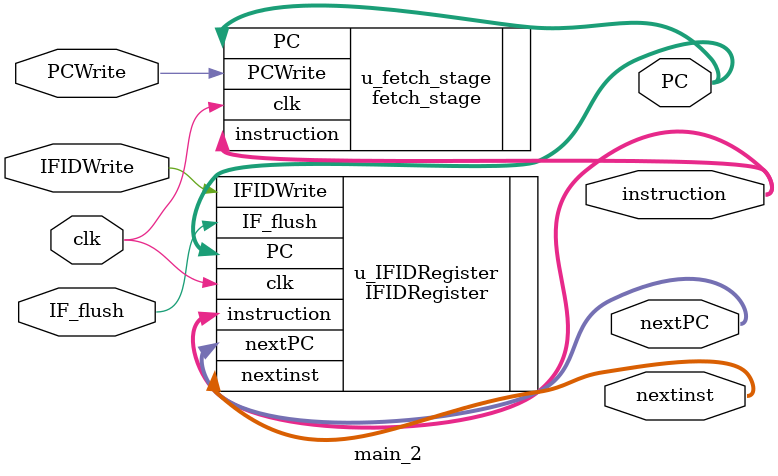
<source format=v>
`include "src/fetch_stage.v"
`include "src/IF_ID_Reg.v"
`include "src/decode_stage.v"

module main_2(
    input wire clk,
    input wire PCWrite,
    input wire IF_flush,
    input wire IFIDWrite,
    output wire [31:0] PC,
    output wire [31:0] instruction,
    output wire [31:0] nextinst,
    output wire [31:0] nextPC
);
    // Instantiate fetch_stage
    fetch_stage u_fetch_stage(
        .PCWrite(PCWrite),
        .clk(clk),
        .PC(PC),
        .instruction(instruction)
    );

    // Instantiate IFIDRegister
    IFIDRegister u_IFIDRegister(
        .IF_flush(IF_flush),
        .IFIDWrite(IFIDWrite),
        .PC(PC),
        .instruction(instruction),
        .nextinst(nextinst),
        .nextPC(nextPC),
        .clk(clk) 
    );

endmodule

</source>
